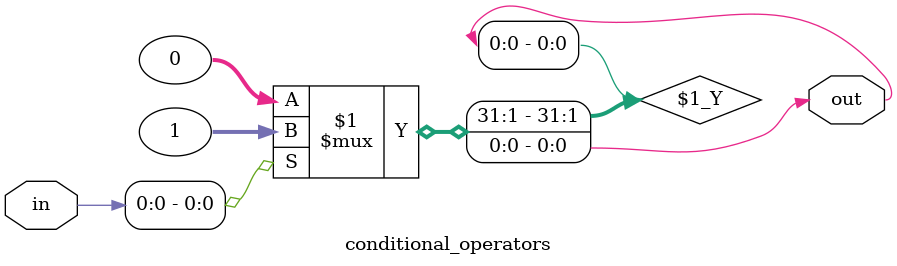
<source format=v>
module conditional_operators(input [3:0]in, output out);
assign out=in[0]? 1:0;
endmodule

</source>
